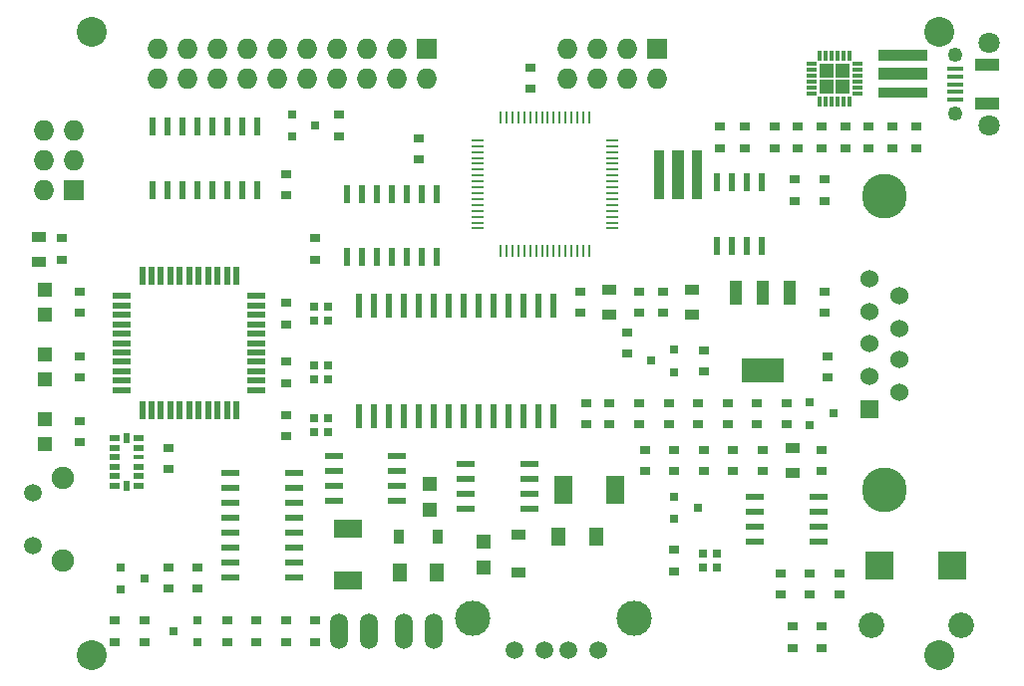
<source format=gts>
G04 #@! TF.FileFunction,Soldermask,Top*
%FSLAX46Y46*%
G04 Gerber Fmt 4.6, Leading zero omitted, Abs format (unit mm)*
G04 Created by KiCad (PCBNEW 4.0.0-rc1-stable) date 11/3/2015 9:27:50 AM*
%MOMM*%
G01*
G04 APERTURE LIST*
%ADD10C,0.100000*%
%ADD11R,2.370000X2.430000*%
%ADD12R,1.727200X1.727200*%
%ADD13O,1.727200X1.727200*%
%ADD14R,1.220000X0.910000*%
%ADD15R,0.910000X1.220000*%
%ADD16R,0.550000X1.500000*%
%ADD17R,1.500000X0.550000*%
%ADD18C,3.810000*%
%ADD19R,1.524000X1.524000*%
%ADD20C,1.524000*%
%ADD21R,1.500000X2.400000*%
%ADD22R,2.400000X1.500000*%
%ADD23C,2.540000*%
%ADD24C,1.800000*%
%ADD25R,1.350000X0.400000*%
%ADD26C,1.250000*%
%ADD27R,2.100000X1.100000*%
%ADD28O,1.506220X3.014980*%
%ADD29R,1.000000X0.250000*%
%ADD30R,0.250000X1.000000*%
%ADD31R,0.600000X1.550000*%
%ADD32R,0.600000X2.000000*%
%ADD33R,1.550000X0.600000*%
%ADD34R,0.820000X0.500000*%
%ADD35R,0.820000X0.400000*%
%ADD36R,0.500000X0.820000*%
%ADD37R,0.300000X0.850000*%
%ADD38R,0.850000X0.300000*%
%ADD39R,1.300000X1.300000*%
%ADD40R,0.600000X1.500000*%
%ADD41R,1.500000X0.600000*%
%ADD42R,3.657600X2.032000*%
%ADD43R,1.016000X2.032000*%
%ADD44R,0.900000X0.800000*%
%ADD45R,1.250000X1.200000*%
%ADD46R,1.200000X1.600000*%
%ADD47R,0.800000X0.800000*%
%ADD48R,1.300000X0.900000*%
%ADD49C,1.900000*%
%ADD50C,1.500000*%
%ADD51C,2.180000*%
%ADD52R,0.900000X0.700000*%
%ADD53R,1.198880X1.198880*%
%ADD54R,0.800100X0.800100*%
%ADD55C,1.501140*%
%ADD56C,2.999740*%
G04 APERTURE END LIST*
D10*
D11*
X115870000Y-169900000D03*
X109630000Y-169900000D03*
D12*
X41250000Y-138000000D03*
D13*
X38710000Y-138000000D03*
X41250000Y-135460000D03*
X38710000Y-135460000D03*
X41250000Y-132920000D03*
X38710000Y-132920000D03*
D14*
X79000000Y-167265000D03*
X79000000Y-170535000D03*
D15*
X68865000Y-167500000D03*
X72135000Y-167500000D03*
D16*
X47050000Y-156700000D03*
X47850000Y-156700000D03*
X48650000Y-156700000D03*
X49450000Y-156700000D03*
X50250000Y-156700000D03*
X51050000Y-156700000D03*
X51850000Y-156700000D03*
X52650000Y-156700000D03*
X53450000Y-156700000D03*
X54250000Y-156700000D03*
X55050000Y-156700000D03*
D17*
X56750000Y-155000000D03*
X56750000Y-154200000D03*
X56750000Y-153400000D03*
X56750000Y-152600000D03*
X56750000Y-151800000D03*
X56750000Y-151000000D03*
X56750000Y-150200000D03*
X56750000Y-149400000D03*
X56750000Y-148600000D03*
X56750000Y-147800000D03*
X56750000Y-147000000D03*
D16*
X55050000Y-145300000D03*
X54250000Y-145300000D03*
X53450000Y-145300000D03*
X52650000Y-145300000D03*
X51850000Y-145300000D03*
X51050000Y-145300000D03*
X50250000Y-145300000D03*
X49450000Y-145300000D03*
X48650000Y-145300000D03*
X47850000Y-145300000D03*
X47050000Y-145300000D03*
D17*
X45350000Y-147000000D03*
X45350000Y-147800000D03*
X45350000Y-148600000D03*
X45350000Y-149400000D03*
X45350000Y-150200000D03*
X45350000Y-151000000D03*
X45350000Y-151800000D03*
X45350000Y-152600000D03*
X45350000Y-153400000D03*
X45350000Y-154200000D03*
X45350000Y-155000000D03*
D18*
X110050000Y-163500000D03*
X110050000Y-138500000D03*
D19*
X108780000Y-156588000D03*
D20*
X108780000Y-153794000D03*
X108780000Y-151000000D03*
X108780000Y-148333000D03*
X108780000Y-145539000D03*
X111320000Y-146936000D03*
X111320000Y-149730000D03*
X111320000Y-152397000D03*
X111320000Y-155191000D03*
D21*
X82800000Y-163500000D03*
X87200000Y-163500000D03*
D22*
X64500000Y-166800000D03*
X64500000Y-171200000D03*
D23*
X42750000Y-124500000D03*
D24*
X118987460Y-132500900D03*
D25*
X116087460Y-130300900D03*
X116087460Y-129650900D03*
X116087460Y-129000900D03*
X116087460Y-128350900D03*
X116087460Y-127700900D03*
D26*
X116087460Y-131500900D03*
X116087460Y-126500900D03*
D24*
X118987460Y-125500900D03*
D27*
X118800000Y-130650000D03*
X118800000Y-127350000D03*
D23*
X114750000Y-124500000D03*
X42750000Y-177500000D03*
D28*
X71770000Y-175500000D03*
X69230000Y-175500000D03*
X66270000Y-175500000D03*
X63730000Y-175500000D03*
D23*
X114750000Y-177500000D03*
D12*
X90750000Y-126000000D03*
D13*
X90750000Y-128540000D03*
X88210000Y-126000000D03*
X88210000Y-128540000D03*
X85670000Y-126000000D03*
X85670000Y-128540000D03*
X83130000Y-126000000D03*
X83130000Y-128540000D03*
D29*
X86950000Y-141250000D03*
X86950000Y-140750000D03*
X86950000Y-140250000D03*
X86950000Y-139750000D03*
X86950000Y-139250000D03*
X86950000Y-138750000D03*
X86950000Y-138250000D03*
X86950000Y-137750000D03*
X86950000Y-137250000D03*
X86950000Y-136750000D03*
X86950000Y-136250000D03*
X86950000Y-135750000D03*
X86950000Y-135250000D03*
X86950000Y-134750000D03*
X86950000Y-134250000D03*
X86950000Y-133750000D03*
D30*
X85000000Y-131800000D03*
X84500000Y-131800000D03*
X84000000Y-131800000D03*
X83500000Y-131800000D03*
X83000000Y-131800000D03*
X82500000Y-131800000D03*
X82000000Y-131800000D03*
X81500000Y-131800000D03*
X81000000Y-131800000D03*
X80500000Y-131800000D03*
X80000000Y-131800000D03*
X79500000Y-131800000D03*
X79000000Y-131800000D03*
X78500000Y-131800000D03*
X78000000Y-131800000D03*
X77500000Y-131800000D03*
D29*
X75550000Y-133750000D03*
X75550000Y-134250000D03*
X75550000Y-134750000D03*
X75550000Y-135250000D03*
X75550000Y-135750000D03*
X75550000Y-136250000D03*
X75550000Y-136750000D03*
X75550000Y-137250000D03*
X75550000Y-137750000D03*
X75550000Y-138250000D03*
X75550000Y-138750000D03*
X75550000Y-139250000D03*
X75550000Y-139750000D03*
X75550000Y-140250000D03*
X75550000Y-140750000D03*
X75550000Y-141250000D03*
D30*
X77500000Y-143200000D03*
X78000000Y-143200000D03*
X78500000Y-143200000D03*
X79000000Y-143200000D03*
X79500000Y-143200000D03*
X80000000Y-143200000D03*
X80500000Y-143200000D03*
X81000000Y-143200000D03*
X81500000Y-143200000D03*
X82000000Y-143200000D03*
X82500000Y-143200000D03*
X83000000Y-143200000D03*
X83500000Y-143200000D03*
X84000000Y-143200000D03*
X84500000Y-143200000D03*
X85000000Y-143200000D03*
D31*
X99655000Y-137300000D03*
X98385000Y-137300000D03*
X97115000Y-137300000D03*
X95845000Y-137300000D03*
X95845000Y-142700000D03*
X97115000Y-142700000D03*
X98385000Y-142700000D03*
X99655000Y-142700000D03*
D32*
X65495000Y-157200000D03*
X66765000Y-157200000D03*
X68035000Y-157200000D03*
X69305000Y-157200000D03*
X70575000Y-157200000D03*
X71845000Y-157200000D03*
X73115000Y-157200000D03*
X74385000Y-157200000D03*
X75655000Y-157200000D03*
X76925000Y-157200000D03*
X78195000Y-157200000D03*
X79465000Y-157200000D03*
X80735000Y-157200000D03*
X82005000Y-157200000D03*
X82005000Y-147800000D03*
X80735000Y-147800000D03*
X79465000Y-147800000D03*
X78195000Y-147800000D03*
X76925000Y-147800000D03*
X75655000Y-147800000D03*
X74385000Y-147800000D03*
X73115000Y-147800000D03*
X71845000Y-147800000D03*
X70575000Y-147800000D03*
X69305000Y-147800000D03*
X68035000Y-147800000D03*
X66765000Y-147800000D03*
X65495000Y-147800000D03*
D33*
X99050000Y-164095000D03*
X99050000Y-165365000D03*
X99050000Y-166635000D03*
X99050000Y-167905000D03*
X104450000Y-167905000D03*
X104450000Y-166635000D03*
X104450000Y-165365000D03*
X104450000Y-164095000D03*
D34*
X46750000Y-163100000D03*
X46750000Y-162300000D03*
X46750000Y-161500000D03*
D35*
X46750000Y-160700000D03*
D34*
X46750000Y-159900000D03*
X46750000Y-159100000D03*
D36*
X45750000Y-159100000D03*
D34*
X44750000Y-159100000D03*
X44750000Y-159900000D03*
X44750000Y-160700000D03*
X44750000Y-161500000D03*
X44750000Y-162300000D03*
X44750000Y-163100000D03*
D36*
X45750000Y-163100000D03*
D37*
X107100000Y-126550000D03*
X106600000Y-126550000D03*
X106100000Y-126550000D03*
X105600000Y-126550000D03*
X105100000Y-126550000D03*
X104600000Y-126550000D03*
D38*
X103900000Y-127250000D03*
X103900000Y-127750000D03*
X103900000Y-128250000D03*
X103900000Y-128750000D03*
X103900000Y-129250000D03*
X103900000Y-129750000D03*
D37*
X104600000Y-130450000D03*
X105100000Y-130450000D03*
X105600000Y-130450000D03*
X106100000Y-130450000D03*
X106600000Y-130450000D03*
X107100000Y-130450000D03*
D38*
X107800000Y-129750000D03*
X107800000Y-129250000D03*
X107800000Y-128750000D03*
X107800000Y-128250000D03*
X107800000Y-127750000D03*
X107800000Y-127250000D03*
D39*
X105200000Y-129150000D03*
X106500000Y-129150000D03*
X105200000Y-127850000D03*
X106500000Y-127850000D03*
D40*
X64440000Y-143700000D03*
X65710000Y-143700000D03*
X66980000Y-143700000D03*
X68250000Y-143700000D03*
X69520000Y-143700000D03*
X70790000Y-143700000D03*
X72060000Y-143700000D03*
X72060000Y-138300000D03*
X70790000Y-138300000D03*
X69520000Y-138300000D03*
X68250000Y-138300000D03*
X66980000Y-138300000D03*
X65710000Y-138300000D03*
X64440000Y-138300000D03*
D41*
X59950000Y-170945000D03*
X59950000Y-169675000D03*
X59950000Y-168405000D03*
X59950000Y-167135000D03*
X59950000Y-165865000D03*
X59950000Y-164595000D03*
X59950000Y-163325000D03*
X59950000Y-162055000D03*
X54550000Y-162055000D03*
X54550000Y-163325000D03*
X54550000Y-164595000D03*
X54550000Y-165865000D03*
X54550000Y-167135000D03*
X54550000Y-168405000D03*
X54550000Y-169675000D03*
X54550000Y-170945000D03*
D40*
X56795000Y-132600000D03*
X55525000Y-132600000D03*
X54255000Y-132600000D03*
X52985000Y-132600000D03*
X51715000Y-132600000D03*
X50445000Y-132600000D03*
X49175000Y-132600000D03*
X47905000Y-132600000D03*
X47905000Y-138000000D03*
X49175000Y-138000000D03*
X50445000Y-138000000D03*
X51715000Y-138000000D03*
X52985000Y-138000000D03*
X54255000Y-138000000D03*
X55525000Y-138000000D03*
X56795000Y-138000000D03*
D42*
X99750000Y-153302000D03*
D43*
X99750000Y-146698000D03*
X97464000Y-146698000D03*
X102036000Y-146698000D03*
D33*
X74500000Y-161295000D03*
X74500000Y-162565000D03*
X74500000Y-163835000D03*
X74500000Y-165105000D03*
X79900000Y-165105000D03*
X79900000Y-163835000D03*
X79900000Y-162565000D03*
X79900000Y-161295000D03*
X68700000Y-164405000D03*
X68700000Y-163135000D03*
X68700000Y-161865000D03*
X68700000Y-160595000D03*
X63300000Y-160595000D03*
X63300000Y-161865000D03*
X63300000Y-163135000D03*
X63300000Y-164405000D03*
D44*
X41750000Y-146600000D03*
X41750000Y-148400000D03*
D45*
X71500000Y-163000000D03*
X71500000Y-165200000D03*
D46*
X85600000Y-167500000D03*
X82400000Y-167500000D03*
D45*
X76000000Y-167900000D03*
X76000000Y-170100000D03*
D46*
X68900000Y-170500000D03*
X72100000Y-170500000D03*
D44*
X96150000Y-134400000D03*
X96150000Y-132600000D03*
X98250000Y-132600000D03*
X98250000Y-134400000D03*
X102750000Y-134400000D03*
X102750000Y-132600000D03*
X104750000Y-134400000D03*
X104750000Y-132600000D03*
X91750000Y-157900000D03*
X91750000Y-156100000D03*
X99250000Y-156100000D03*
X99250000Y-157900000D03*
X105000000Y-148400000D03*
X105000000Y-146600000D03*
X94250000Y-157900000D03*
X94250000Y-156100000D03*
X89250000Y-157900000D03*
X89250000Y-156100000D03*
X92250000Y-160100000D03*
X92250000Y-161900000D03*
X94750000Y-151600000D03*
X94750000Y-153400000D03*
X96750000Y-157900000D03*
X96750000Y-156100000D03*
X84250000Y-148400000D03*
X84250000Y-146600000D03*
X89750000Y-161900000D03*
X89750000Y-160100000D03*
X94750000Y-160100000D03*
X94750000Y-161900000D03*
X97250000Y-160100000D03*
X97250000Y-161900000D03*
X91250000Y-148400000D03*
X91250000Y-146600000D03*
X104750000Y-161900000D03*
X104750000Y-160100000D03*
X101750000Y-156100000D03*
X101750000Y-157900000D03*
X104750000Y-176900000D03*
X104750000Y-175100000D03*
X102250000Y-176900000D03*
X102250000Y-175100000D03*
X106250000Y-170600000D03*
X106250000Y-172400000D03*
X89250000Y-148400000D03*
X89250000Y-146600000D03*
X92250000Y-170400000D03*
X92250000Y-168600000D03*
X56750000Y-176400000D03*
X56750000Y-174600000D03*
X59250000Y-174600000D03*
X59250000Y-176400000D03*
X59250000Y-149400000D03*
X59250000Y-147600000D03*
X59250000Y-154400000D03*
X59250000Y-152600000D03*
X47250000Y-176400000D03*
X47250000Y-174600000D03*
X61750000Y-176400000D03*
X61750000Y-174600000D03*
X49250000Y-171900000D03*
X49250000Y-170100000D03*
X54250000Y-176400000D03*
X54250000Y-174600000D03*
X44750000Y-176400000D03*
X44750000Y-174600000D03*
X59250000Y-158900000D03*
X59250000Y-157100000D03*
X108750000Y-132600000D03*
X108750000Y-134400000D03*
X110750000Y-132600000D03*
X110750000Y-134400000D03*
X112750000Y-132600000D03*
X112750000Y-134400000D03*
X63750000Y-133400000D03*
X63750000Y-131600000D03*
X41750000Y-152100000D03*
X41750000Y-153900000D03*
X41750000Y-157600000D03*
X41750000Y-159400000D03*
D12*
X71250000Y-126000000D03*
D13*
X71250000Y-128540000D03*
X68710000Y-126000000D03*
X68710000Y-128540000D03*
X66170000Y-126000000D03*
X66170000Y-128540000D03*
X63630000Y-126000000D03*
X63630000Y-128540000D03*
X61090000Y-126000000D03*
X61090000Y-128540000D03*
X58550000Y-126000000D03*
X58550000Y-128540000D03*
X56010000Y-126000000D03*
X56010000Y-128540000D03*
X53470000Y-126000000D03*
X53470000Y-128540000D03*
X50930000Y-126000000D03*
X50930000Y-128540000D03*
X48390000Y-126000000D03*
X48390000Y-128540000D03*
D47*
X61650000Y-157400000D03*
X61650000Y-158600000D03*
X62850000Y-158600000D03*
X62850000Y-157400000D03*
X61650000Y-152900000D03*
X61650000Y-154100000D03*
X62850000Y-154100000D03*
X62850000Y-152900000D03*
X61650000Y-147900000D03*
X61650000Y-149100000D03*
X62850000Y-149100000D03*
X62850000Y-147900000D03*
X95850000Y-168900000D03*
X94650000Y-168900000D03*
X94650000Y-170100000D03*
X95850000Y-170100000D03*
D48*
X93750000Y-146450000D03*
X93750000Y-148550000D03*
X102250000Y-162050000D03*
X102250000Y-159950000D03*
X86750000Y-146450000D03*
X86750000Y-148550000D03*
X38250000Y-144050000D03*
X38250000Y-141950000D03*
D10*
G36*
X113700000Y-130150000D02*
X109600000Y-130150000D01*
X109600000Y-129250000D01*
X113700000Y-129250000D01*
X113700000Y-130150000D01*
X113700000Y-130150000D01*
G37*
G36*
X113700000Y-128600000D02*
X109600000Y-128600000D01*
X109600000Y-127600000D01*
X113700000Y-127600000D01*
X113700000Y-128600000D01*
X113700000Y-128600000D01*
G37*
G36*
X113700000Y-126950000D02*
X109600000Y-126950000D01*
X109600000Y-126050000D01*
X113700000Y-126050000D01*
X113700000Y-126950000D01*
X113700000Y-126950000D01*
G37*
G36*
X94600000Y-134650000D02*
X94600000Y-138750000D01*
X93700000Y-138750000D01*
X93700000Y-134650000D01*
X94600000Y-134650000D01*
X94600000Y-134650000D01*
G37*
G36*
X93050000Y-134650000D02*
X93050000Y-138750000D01*
X92050000Y-138750000D01*
X92050000Y-134650000D01*
X93050000Y-134650000D01*
X93050000Y-134650000D01*
G37*
G36*
X91400000Y-134650000D02*
X91400000Y-138750000D01*
X90500000Y-138750000D01*
X90500000Y-134650000D01*
X91400000Y-134650000D01*
X91400000Y-134650000D01*
G37*
D49*
X40350000Y-169500000D03*
X40350000Y-162500000D03*
D50*
X37800000Y-168250000D03*
X37800000Y-163750000D03*
D51*
X108940000Y-175000000D03*
X116560000Y-175000000D03*
D52*
X61750000Y-142100000D03*
X61750000Y-143900000D03*
X51750000Y-171900000D03*
X51750000Y-170100000D03*
X59250000Y-138400000D03*
X59250000Y-136600000D03*
X100750000Y-132600000D03*
X100750000Y-134400000D03*
X106750000Y-132600000D03*
X106750000Y-134400000D03*
X49250000Y-161700000D03*
X49250000Y-159900000D03*
X101250000Y-172400000D03*
X101250000Y-170600000D03*
X103750000Y-172400000D03*
X103750000Y-170600000D03*
X84750000Y-156100000D03*
X84750000Y-157900000D03*
X86750000Y-156100000D03*
X86750000Y-157900000D03*
X88250000Y-151900000D03*
X88250000Y-150100000D03*
X99750000Y-160100000D03*
X99750000Y-161900000D03*
X105250000Y-152100000D03*
X105250000Y-153900000D03*
X80050000Y-127600000D03*
X80050000Y-129400000D03*
X40250000Y-143900000D03*
X40250000Y-142100000D03*
D53*
X38750000Y-151950980D03*
X38750000Y-154049020D03*
X38750000Y-157450980D03*
X38750000Y-159549020D03*
X38750000Y-146450980D03*
X38750000Y-148549020D03*
D54*
X92249240Y-164050000D03*
X92249240Y-165950000D03*
X94248220Y-165000000D03*
X92250760Y-153450000D03*
X92250760Y-151550000D03*
X90251780Y-152500000D03*
X103749240Y-156050000D03*
X103749240Y-157950000D03*
X105748220Y-157000000D03*
X45249240Y-170050000D03*
X45249240Y-171950000D03*
X47248220Y-171000000D03*
X51750760Y-176450000D03*
X51750760Y-174550000D03*
X49751780Y-175500000D03*
X59749240Y-131550000D03*
X59749240Y-133450000D03*
X61748220Y-132500000D03*
D55*
X85812860Y-177102120D03*
X83272860Y-177102120D03*
X81240860Y-177102120D03*
X78700860Y-177102120D03*
D56*
X88860860Y-174435120D03*
X75144860Y-174435120D03*
D44*
X70500000Y-135400000D03*
X70500000Y-133600000D03*
X105000000Y-138900000D03*
X105000000Y-137100000D03*
X102500000Y-137100000D03*
X102500000Y-138900000D03*
M02*

</source>
